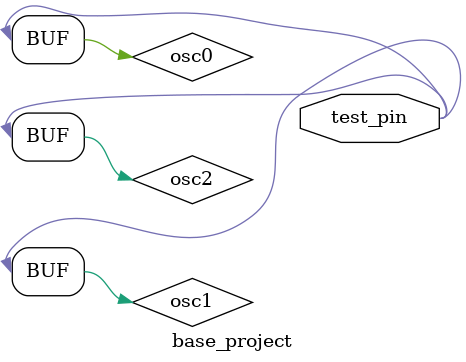
<source format=sv>


module base_project (
  output test_pin
);

(*keep*) wire osc0, osc1, osc2;

not u0(osc1, osc0);
not u1(osc2, osc1);
not u2(osc0, osc2);

assign test_pin = osc0;

endmodule

</source>
